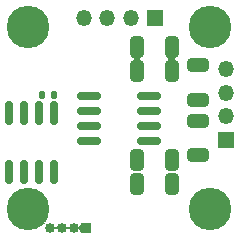
<source format=gbr>
%TF.GenerationSoftware,KiCad,Pcbnew,(6.0.7)*%
%TF.CreationDate,2024-01-02T21:25:37+08:00*%
%TF.ProjectId,stepper-motor-20,73746570-7065-4722-9d6d-6f746f722d32,1*%
%TF.SameCoordinates,PX6979f40PYa1135a0*%
%TF.FileFunction,Soldermask,Bot*%
%TF.FilePolarity,Negative*%
%FSLAX46Y46*%
G04 Gerber Fmt 4.6, Leading zero omitted, Abs format (unit mm)*
G04 Created by KiCad (PCBNEW (6.0.7)) date 2024-01-02 21:25:37*
%MOMM*%
%LPD*%
G01*
G04 APERTURE LIST*
G04 Aperture macros list*
%AMRoundRect*
0 Rectangle with rounded corners*
0 $1 Rounding radius*
0 $2 $3 $4 $5 $6 $7 $8 $9 X,Y pos of 4 corners*
0 Add a 4 corners polygon primitive as box body*
4,1,4,$2,$3,$4,$5,$6,$7,$8,$9,$2,$3,0*
0 Add four circle primitives for the rounded corners*
1,1,$1+$1,$2,$3*
1,1,$1+$1,$4,$5*
1,1,$1+$1,$6,$7*
1,1,$1+$1,$8,$9*
0 Add four rect primitives between the rounded corners*
20,1,$1+$1,$2,$3,$4,$5,0*
20,1,$1+$1,$4,$5,$6,$7,0*
20,1,$1+$1,$6,$7,$8,$9,0*
20,1,$1+$1,$8,$9,$2,$3,0*%
G04 Aperture macros list end*
%ADD10C,0.600000*%
%ADD11C,3.600000*%
%ADD12R,0.850000X0.850000*%
%ADD13O,0.850000X0.850000*%
%ADD14R,1.350000X1.350000*%
%ADD15O,1.350000X1.350000*%
%ADD16RoundRect,0.250000X-0.325000X-0.650000X0.325000X-0.650000X0.325000X0.650000X-0.325000X0.650000X0*%
%ADD17RoundRect,0.250000X-0.650000X0.325000X-0.650000X-0.325000X0.650000X-0.325000X0.650000X0.325000X0*%
%ADD18RoundRect,0.250000X0.650000X-0.325000X0.650000X0.325000X-0.650000X0.325000X-0.650000X-0.325000X0*%
%ADD19RoundRect,0.162500X-0.825000X-0.162500X0.825000X-0.162500X0.825000X0.162500X-0.825000X0.162500X0*%
%ADD20RoundRect,0.150000X0.150000X-0.825000X0.150000X0.825000X-0.150000X0.825000X-0.150000X-0.825000X0*%
%ADD21RoundRect,0.140000X0.140000X0.170000X-0.140000X0.170000X-0.140000X-0.170000X0.140000X-0.170000X0*%
G04 APERTURE END LIST*
D10*
%TO.C,H1*%
X16582400Y3265200D03*
X17700000Y3773200D03*
X17700000Y826800D03*
X19173200Y2300000D03*
X18665200Y1182400D03*
X18665200Y3417600D03*
X16633200Y1284000D03*
X16226800Y2300000D03*
D11*
X17700000Y2300000D03*
%TD*%
D10*
%TO.C,H2*%
X2300000Y19173200D03*
X3265200Y16582400D03*
D11*
X2300000Y17700000D03*
D10*
X2300000Y16226800D03*
X3773200Y17700000D03*
X826800Y17700000D03*
X1233200Y16684000D03*
X3265200Y18817600D03*
X1182400Y18665200D03*
%TD*%
D11*
%TO.C,H3*%
X17700000Y17700000D03*
D10*
X18665200Y16582400D03*
X18665200Y18817600D03*
X16633200Y16684000D03*
X16226800Y17700000D03*
X17700000Y16226800D03*
X16582400Y18665200D03*
X17700000Y19173200D03*
X19173200Y17700000D03*
%TD*%
D12*
%TO.C,J2*%
X7162800Y711200D03*
D13*
X6162800Y711200D03*
X5162800Y711200D03*
X4162800Y711200D03*
%TD*%
D14*
%TO.C,J3*%
X19050000Y8176000D03*
D15*
X19050000Y10176000D03*
X19050000Y12176000D03*
X19050000Y14176000D03*
%TD*%
D10*
%TO.C,H4*%
X3265200Y3417600D03*
X1182400Y3265200D03*
X826800Y2300000D03*
X3773200Y2300000D03*
X2300000Y826800D03*
X3265200Y1182400D03*
X2300000Y3773200D03*
D11*
X2300000Y2300000D03*
D10*
X1233200Y1284000D03*
%TD*%
D14*
%TO.C,J1*%
X13000000Y18449200D03*
D15*
X11000000Y18449200D03*
X9000000Y18449200D03*
X7000000Y18449200D03*
%TD*%
D16*
%TO.C,C13*%
X11479000Y14020800D03*
X14429000Y14020800D03*
%TD*%
D17*
%TO.C,C14*%
X16662400Y9806200D03*
X16662400Y6856200D03*
%TD*%
D16*
%TO.C,C17*%
X11479000Y16052800D03*
X14429000Y16052800D03*
%TD*%
%TO.C,C18*%
X11479000Y4419600D03*
X14429000Y4419600D03*
%TD*%
D18*
%TO.C,C21*%
X16662400Y11529800D03*
X16662400Y14479800D03*
%TD*%
D16*
%TO.C,C22*%
X11479000Y6502400D03*
X14429000Y6502400D03*
%TD*%
D19*
%TO.C,U1*%
X7462500Y8095000D03*
X7462500Y9365000D03*
X7462500Y10635000D03*
X7462500Y11905000D03*
X12537500Y11905000D03*
X12537500Y10635000D03*
X12537500Y9365000D03*
X12537500Y8095000D03*
%TD*%
D20*
%TO.C,U6*%
X4495800Y5449800D03*
X3225800Y5449800D03*
X1955800Y5449800D03*
X685800Y5449800D03*
X685800Y10399800D03*
X1955800Y10399800D03*
X3225800Y10399800D03*
X4495800Y10399800D03*
%TD*%
D21*
%TO.C,C28*%
X4442400Y11938000D03*
X3482400Y11938000D03*
%TD*%
G36*
X6738970Y1022111D02*
G01*
X6739800Y1020489D01*
X6739800Y401914D01*
X6738800Y400182D01*
X6736800Y400182D01*
X6735881Y401351D01*
X6716205Y468363D01*
X6663862Y513718D01*
X6595309Y523575D01*
X6532132Y494723D01*
X6518278Y480018D01*
X6516362Y479443D01*
X6514906Y480814D01*
X6515040Y482297D01*
X6565074Y580495D01*
X6585775Y711200D01*
X6565074Y841905D01*
X6514183Y941783D01*
X6514288Y943780D01*
X6516070Y944688D01*
X6517144Y944306D01*
X6571219Y904821D01*
X6640354Y900702D01*
X6700742Y934615D01*
X6733301Y995965D01*
X6735810Y1020691D01*
X6736980Y1022313D01*
X6738970Y1022111D01*
G37*
G36*
X5519579Y939932D02*
G01*
X5531514Y924378D01*
X5531775Y923925D01*
X5549054Y882209D01*
X5592699Y828050D01*
X5658414Y806178D01*
X5725520Y823306D01*
X5772186Y873430D01*
X5774098Y874016D01*
X5775562Y872653D01*
X5775432Y871159D01*
X5760526Y841905D01*
X5739825Y711200D01*
X5760526Y580495D01*
X5809390Y484594D01*
X5809285Y482597D01*
X5807503Y481689D01*
X5806021Y482468D01*
X5794086Y498022D01*
X5793825Y498475D01*
X5776546Y540191D01*
X5732901Y594350D01*
X5667186Y616222D01*
X5600080Y599094D01*
X5553414Y548970D01*
X5551502Y548384D01*
X5550038Y549747D01*
X5550168Y551241D01*
X5565074Y580495D01*
X5585775Y711200D01*
X5565074Y841905D01*
X5516210Y937806D01*
X5516315Y939803D01*
X5518097Y940711D01*
X5519579Y939932D01*
G37*
G36*
X4519579Y939932D02*
G01*
X4531514Y924378D01*
X4531775Y923925D01*
X4549054Y882209D01*
X4592699Y828050D01*
X4658414Y806178D01*
X4725520Y823306D01*
X4772186Y873430D01*
X4774098Y874016D01*
X4775562Y872653D01*
X4775432Y871159D01*
X4760526Y841905D01*
X4739825Y711200D01*
X4760526Y580495D01*
X4809390Y484594D01*
X4809285Y482597D01*
X4807503Y481689D01*
X4806021Y482468D01*
X4794086Y498022D01*
X4793825Y498475D01*
X4776546Y540191D01*
X4732901Y594350D01*
X4667186Y616222D01*
X4600080Y599094D01*
X4553414Y548970D01*
X4551502Y548384D01*
X4550038Y549747D01*
X4550168Y551241D01*
X4565074Y580495D01*
X4585775Y711200D01*
X4565074Y841905D01*
X4516210Y937806D01*
X4516315Y939803D01*
X4518097Y940711D01*
X4519579Y939932D01*
G37*
G36*
X3823759Y1348920D02*
G01*
X3823678Y1346946D01*
X3757671Y1241108D01*
X3757505Y1240879D01*
X3753061Y1235591D01*
X3725117Y1171891D01*
X3736002Y1103495D01*
X3782138Y1051839D01*
X3848876Y1033327D01*
X3906715Y1051258D01*
X3908665Y1050816D01*
X3909257Y1048906D01*
X3908721Y1047934D01*
X3820607Y959820D01*
X3780031Y880185D01*
X3778354Y879096D01*
X3776572Y880004D01*
X3776401Y881858D01*
X3785419Y903628D01*
X3792854Y972791D01*
X3761854Y1034720D01*
X3702291Y1070061D01*
X3632990Y1067586D01*
X3589676Y1042448D01*
X3578792Y1032700D01*
X3576835Y1032290D01*
X3575501Y1033779D01*
X3575954Y1035509D01*
X3735944Y1217943D01*
X3820299Y1349086D01*
X3822077Y1350002D01*
X3823759Y1348920D01*
G37*
G36*
X11883694Y15169672D02*
G01*
X11884084Y15167710D01*
X11883071Y15166558D01*
X11875122Y15162655D01*
X11874531Y15162471D01*
X11847919Y15158565D01*
X11784732Y15129485D01*
X11747459Y15071112D01*
X11747661Y15001853D01*
X11785276Y14943699D01*
X11848022Y14915076D01*
X11874063Y14911277D01*
X11874652Y14911095D01*
X11882851Y14907087D01*
X11883968Y14905428D01*
X11883090Y14903631D01*
X11881583Y14903328D01*
X11803801Y14918800D01*
X11154199Y14918800D01*
X11076200Y14903285D01*
X11074306Y14903928D01*
X11073916Y14905890D01*
X11074929Y14907042D01*
X11082878Y14910945D01*
X11083469Y14911129D01*
X11110081Y14915035D01*
X11173268Y14944115D01*
X11210541Y15002488D01*
X11210339Y15071747D01*
X11172724Y15129901D01*
X11109978Y15158524D01*
X11083937Y15162323D01*
X11083348Y15162505D01*
X11075149Y15166513D01*
X11074032Y15168172D01*
X11074910Y15169969D01*
X11076417Y15170272D01*
X11154199Y15154800D01*
X11803801Y15154800D01*
X11881800Y15170315D01*
X11883694Y15169672D01*
G37*
G36*
X14833694Y15169672D02*
G01*
X14834084Y15167710D01*
X14833071Y15166558D01*
X14825122Y15162655D01*
X14824531Y15162471D01*
X14797919Y15158565D01*
X14734732Y15129485D01*
X14697459Y15071112D01*
X14697661Y15001853D01*
X14735276Y14943699D01*
X14798022Y14915076D01*
X14824063Y14911277D01*
X14824652Y14911095D01*
X14832851Y14907087D01*
X14833968Y14905428D01*
X14833090Y14903631D01*
X14831583Y14903328D01*
X14753801Y14918800D01*
X14104199Y14918800D01*
X14026200Y14903285D01*
X14024306Y14903928D01*
X14023916Y14905890D01*
X14024929Y14907042D01*
X14032878Y14910945D01*
X14033469Y14911129D01*
X14060081Y14915035D01*
X14123268Y14944115D01*
X14160541Y15002488D01*
X14160339Y15071747D01*
X14122724Y15129901D01*
X14059978Y15158524D01*
X14033937Y15162323D01*
X14033348Y15162505D01*
X14025149Y15166513D01*
X14024032Y15168172D01*
X14024910Y15169969D01*
X14026417Y15170272D01*
X14104199Y15154800D01*
X14753801Y15154800D01*
X14831800Y15170315D01*
X14833694Y15169672D01*
G37*
M02*

</source>
